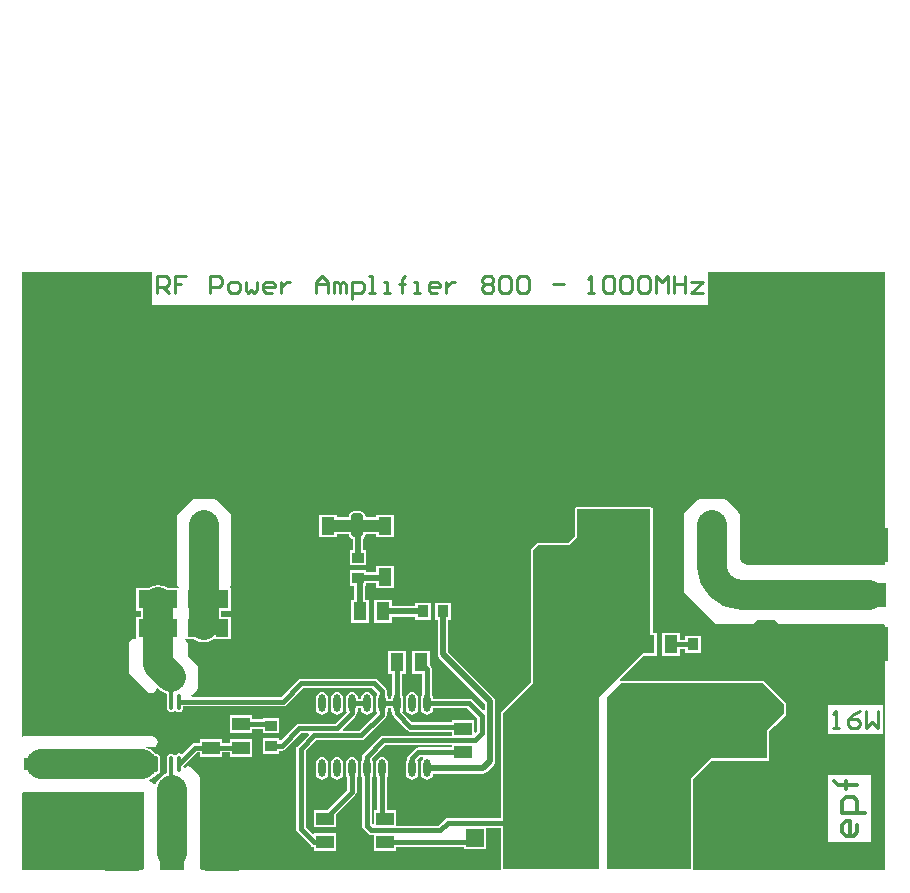
<source format=gtl>
%FSLAX25Y25*%
%MOIN*%
G70*
G01*
G75*
G04 Layer_Physical_Order=1*
G04 Layer_Color=255*
%ADD10C,0.09843*%
%ADD11R,0.05906X0.04331*%
%ADD12R,0.04331X0.05906*%
%ADD13R,0.11811X0.07874*%
%ADD14R,0.19685X0.11811*%
%ADD15O,0.01378X0.05512*%
%ADD16R,0.07874X0.11811*%
%ADD17R,0.11811X0.19685*%
%ADD18R,0.11811X0.03937*%
%ADD19R,0.19685X0.07874*%
%ADD20R,0.03543X0.03937*%
%ADD21R,0.10236X0.16142*%
%ADD22R,0.03937X0.03543*%
%ADD23O,0.02362X0.05906*%
G04:AMPARAMS|DCode=24|XSize=39.37mil|YSize=78.74mil|CornerRadius=9.84mil|HoleSize=0mil|Usage=FLASHONLY|Rotation=0.000|XOffset=0mil|YOffset=0mil|HoleType=Round|Shape=RoundedRectangle|*
%AMROUNDEDRECTD24*
21,1,0.03937,0.05906,0,0,0.0*
21,1,0.01969,0.07874,0,0,0.0*
1,1,0.01969,0.00984,-0.02953*
1,1,0.01969,-0.00984,-0.02953*
1,1,0.01969,-0.00984,0.02953*
1,1,0.01969,0.00984,0.02953*
%
%ADD24ROUNDEDRECTD24*%
G04:AMPARAMS|DCode=25|XSize=2559.05mil|YSize=551.18mil|CornerRadius=137.8mil|HoleSize=0mil|Usage=FLASHONLY|Rotation=0.000|XOffset=0mil|YOffset=0mil|HoleType=Round|Shape=RoundedRectangle|*
%AMROUNDEDRECTD25*
21,1,2.55905,0.27559,0,0,0.0*
21,1,2.28347,0.55118,0,0,0.0*
1,1,0.27559,1.14173,-0.13780*
1,1,0.27559,-1.14173,-0.13780*
1,1,0.27559,-1.14173,0.13780*
1,1,0.27559,1.14173,0.13780*
%
%ADD25ROUNDEDRECTD25*%
%ADD26R,0.09449X0.10827*%
%ADD27C,0.01575*%
%ADD28C,0.01969*%
%ADD29C,0.03937*%
%ADD30C,0.01181*%
%ADD31C,0.00984*%
%ADD32C,0.05906*%
%ADD33R,0.05906X0.05906*%
%ADD34O,0.17716X0.07874*%
%ADD35O,0.15748X0.07874*%
%ADD36O,0.07874X0.15748*%
%ADD37C,0.05906*%
%ADD38C,0.03543*%
%ADD39C,0.03937*%
%ADD40C,0.03150*%
%ADD41C,0.12992*%
G36*
X211000Y76000D02*
X194000Y59000D01*
Y1500D01*
X162000D01*
Y41000D01*
Y53500D01*
X164500Y56000D01*
X172000Y63500D01*
Y66000D01*
Y108000D01*
X172500Y108500D01*
X173500Y109500D01*
X184000D01*
X186500Y112000D01*
Y121500D01*
X211000D01*
Y76000D01*
D02*
G37*
G36*
X255500Y56500D02*
Y53500D01*
X251877Y50000D01*
X249807Y48000D01*
Y38500D01*
X231175D01*
X227035Y34500D01*
X224447Y32000D01*
Y1500D01*
X196500D01*
Y53500D01*
Y59000D01*
X198570Y61000D01*
X201158Y63500D01*
X248254D01*
X255500Y56500D01*
D02*
G37*
G36*
X289178Y102952D02*
X289000Y102806D01*
X244000D01*
X243963Y102799D01*
X243170Y102903D01*
X242397Y103224D01*
X241733Y103733D01*
X241224Y104397D01*
X240903Y105170D01*
X240799Y105963D01*
X240806Y106000D01*
Y119500D01*
X240669Y120191D01*
X240277Y120777D01*
X236777Y124277D01*
X236191Y124669D01*
X235500Y124806D01*
X227500D01*
X226809Y124669D01*
X226223Y124277D01*
X222723Y120777D01*
X222331Y120191D01*
X222194Y119500D01*
Y97500D01*
X222194Y97500D01*
X222194D01*
Y94500D01*
X222194Y94500D01*
X222194D01*
X222331Y93809D01*
X222723Y93223D01*
X232223Y83723D01*
X232809Y83331D01*
X233500Y83194D01*
X244500D01*
X245191Y83331D01*
X245777Y83723D01*
X246169Y84309D01*
X246184Y84384D01*
X246500Y84595D01*
X252500D01*
X252816Y84384D01*
X252831Y84309D01*
X253223Y83723D01*
X253809Y83331D01*
X254500Y83194D01*
X289000D01*
X289178Y83048D01*
Y1405D01*
X225328D01*
X225250Y1500D01*
Y31659D01*
X227593Y33923D01*
X231500Y37697D01*
X249807D01*
X250114Y37758D01*
X250375Y37932D01*
X250549Y38193D01*
X250610Y38500D01*
Y47659D01*
X252435Y49423D01*
X252435Y49423D01*
X256058Y52923D01*
X256062Y52928D01*
X256068Y52932D01*
X256151Y53057D01*
X256236Y53180D01*
X256238Y53187D01*
X256242Y53193D01*
X256271Y53340D01*
X256303Y53486D01*
X256301Y53493D01*
X256303Y53500D01*
Y56500D01*
X256301Y56507D01*
X256303Y56514D01*
X256271Y56660D01*
X256242Y56807D01*
X256238Y56813D01*
X256236Y56820D01*
X256151Y56943D01*
X256068Y57068D01*
X256062Y57072D01*
X256058Y57077D01*
X248812Y64077D01*
X248686Y64158D01*
X248562Y64242D01*
X248555Y64243D01*
X248549Y64247D01*
X248401Y64274D01*
X248254Y64303D01*
X201158D01*
X201104Y64292D01*
X200959Y64564D01*
X200919Y64784D01*
X208895Y72760D01*
X213016D01*
Y80240D01*
X211803D01*
Y121500D01*
X211742Y121807D01*
X211568Y122068D01*
X211307Y122242D01*
X211000Y122303D01*
X186500D01*
X186193Y122242D01*
X185932Y122068D01*
X185758Y121807D01*
X185697Y121500D01*
Y112332D01*
X183668Y110303D01*
X173500D01*
X173193Y110242D01*
X172932Y110068D01*
X172932Y110068D01*
X171932Y109068D01*
X171932Y109068D01*
X171432Y108568D01*
X171258Y108307D01*
X171197Y108000D01*
Y66000D01*
Y63833D01*
X163932Y56568D01*
X163932Y56568D01*
X161432Y54068D01*
X161258Y53807D01*
X161197Y53500D01*
Y41000D01*
Y18606D01*
X143500D01*
X142885Y18483D01*
X142365Y18135D01*
X142365Y18135D01*
X140335Y16106D01*
X126240D01*
Y21390D01*
X123106D01*
Y32261D01*
X123354Y32634D01*
X123507Y33402D01*
Y36945D01*
X123354Y37713D01*
X122919Y38364D01*
X122268Y38799D01*
X121500Y38952D01*
X120732Y38799D01*
X120081Y38364D01*
X119646Y37713D01*
X119493Y36945D01*
Y33402D01*
X119646Y32634D01*
X119894Y32261D01*
Y21390D01*
X118760D01*
Y16664D01*
X118521Y16565D01*
X118106Y16843D01*
Y32261D01*
X118354Y32634D01*
X118507Y33402D01*
Y36945D01*
X118354Y37713D01*
X118106Y38085D01*
Y38335D01*
X122665Y42894D01*
X144760D01*
Y42169D01*
X133563D01*
X133563Y42169D01*
X133051Y42067D01*
X132949Y42046D01*
X132428Y41698D01*
X132428Y41698D01*
X130365Y39635D01*
X130017Y39114D01*
X129996Y39013D01*
X129894Y38500D01*
X129894Y38500D01*
Y38085D01*
X129646Y37713D01*
X129493Y36945D01*
Y33402D01*
X129646Y32634D01*
X130081Y31982D01*
X130732Y31547D01*
X131500Y31394D01*
X132268Y31547D01*
X132919Y31982D01*
X133354Y32634D01*
X133507Y33402D01*
Y36945D01*
X133354Y37713D01*
X133206Y37935D01*
X134228Y38957D01*
X135107D01*
X135253Y38479D01*
X135081Y38364D01*
X134646Y37713D01*
X134493Y36945D01*
Y33402D01*
X134646Y32634D01*
X135081Y31982D01*
X135732Y31547D01*
X136500Y31394D01*
X137268Y31547D01*
X137919Y31982D01*
X138354Y32634D01*
X138500Y33367D01*
X155173D01*
X155865Y33504D01*
X156450Y33896D01*
X158777Y36223D01*
X159169Y36809D01*
X159306Y37500D01*
X159306Y37500D01*
X159306Y37500D01*
Y37500D01*
Y57500D01*
X159169Y58191D01*
X158777Y58777D01*
X143653Y73902D01*
Y84744D01*
X144405D01*
Y90256D01*
X139287D01*
Y84744D01*
X140040D01*
Y73154D01*
X140040Y73154D01*
X140040D01*
X140178Y72462D01*
X140569Y71876D01*
X155694Y56752D01*
Y54671D01*
X155232Y54480D01*
X151750Y57962D01*
X151229Y58310D01*
X151127Y58331D01*
X150614Y58432D01*
X150614Y58432D01*
X138507D01*
Y58598D01*
X138354Y59367D01*
X138106Y59739D01*
Y68437D01*
X138106Y68437D01*
X138004Y68950D01*
X137983Y69051D01*
X137635Y69572D01*
X137635Y69572D01*
X137390Y69818D01*
Y74240D01*
X131484D01*
Y66760D01*
X134894D01*
Y59739D01*
X134646Y59367D01*
X134493Y58598D01*
Y55055D01*
X134646Y54287D01*
X135081Y53636D01*
X135732Y53201D01*
X136500Y53048D01*
X137268Y53201D01*
X137919Y53636D01*
X138354Y54287D01*
X138507Y55055D01*
Y55221D01*
X149949D01*
X153335Y51835D01*
Y47606D01*
X152702Y46973D01*
X152240Y47164D01*
Y51390D01*
X144760D01*
Y50606D01*
X131665D01*
X128206Y54065D01*
X128354Y54287D01*
X128507Y55055D01*
Y58598D01*
X128354Y59367D01*
X128106Y59739D01*
Y66760D01*
X129516D01*
Y74240D01*
X123610D01*
Y66760D01*
X124894D01*
Y59739D01*
X124646Y59367D01*
X124493Y58598D01*
Y58432D01*
X123507D01*
Y58598D01*
X123354Y59367D01*
X123106Y59739D01*
Y61000D01*
X122983Y61615D01*
X122635Y62135D01*
X122635Y62135D01*
X120135Y64635D01*
X119615Y64983D01*
X119512Y65004D01*
X119000Y65106D01*
X119000Y65106D01*
X94500D01*
X94500Y65106D01*
X93988Y65004D01*
X93885Y64983D01*
X93365Y64635D01*
X87758Y59029D01*
X58101D01*
X57956Y59508D01*
X58277Y59723D01*
X59777Y61223D01*
X60169Y61809D01*
X60306Y62500D01*
X60306Y62500D01*
X60306Y62500D01*
Y62500D01*
Y68500D01*
X60306Y68500D01*
X60306Y68500D01*
Y68500D01*
X60306D01*
X60306Y68500D01*
X60169Y69191D01*
X59777Y69777D01*
X56806Y72748D01*
Y76500D01*
X56669Y77191D01*
X56277Y77777D01*
X56050Y77929D01*
X55984Y78260D01*
X55984Y78260D01*
X58775D01*
X59204Y77931D01*
X60592Y77356D01*
X62083Y77159D01*
X63573Y77356D01*
X64962Y77931D01*
X65390Y78260D01*
X71016D01*
Y85740D01*
X67841D01*
Y87760D01*
X71016D01*
Y95240D01*
X70916D01*
X70771Y95719D01*
X70777Y95723D01*
X71169Y96309D01*
X71306Y97000D01*
Y119000D01*
X71169Y119691D01*
X70777Y120277D01*
X66777Y124277D01*
X66191Y124669D01*
X65500Y124806D01*
X59000D01*
X58309Y124669D01*
X57723Y124277D01*
X53723Y120277D01*
X53331Y119691D01*
X53194Y119000D01*
Y97000D01*
X53331Y96309D01*
X53723Y95723D01*
X53729Y95719D01*
X53584Y95240D01*
X50200D01*
X49879Y95486D01*
X48490Y96062D01*
X47000Y96258D01*
X45510Y96062D01*
X44121Y95486D01*
X43800Y95240D01*
X39484D01*
Y87760D01*
X41242D01*
Y85740D01*
X39484D01*
Y78604D01*
X39098Y78287D01*
X39000Y78306D01*
X38309Y78169D01*
X37723Y77777D01*
X37331Y77191D01*
X37194Y76500D01*
Y67500D01*
X37194Y67500D01*
X37194D01*
X37331Y66809D01*
X37723Y66223D01*
X43223Y60723D01*
X43809Y60331D01*
X44500Y60194D01*
X45191Y60331D01*
X45777Y60723D01*
X46169Y61309D01*
X46258Y61755D01*
X46736Y61901D01*
X47208Y61428D01*
X48401Y60514D01*
X49789Y59938D01*
X49847Y59857D01*
X49774Y59491D01*
Y55357D01*
X49889Y54781D01*
X50215Y54292D01*
X50704Y53966D01*
X51279Y53851D01*
X51856Y53966D01*
X52344Y54292D01*
X52774D01*
X53263Y53966D01*
X53839Y53851D01*
X54415Y53966D01*
X54903Y54292D01*
X55229Y54781D01*
X55344Y55357D01*
Y55818D01*
X88424D01*
X88424Y55818D01*
X88936Y55920D01*
X89038Y55940D01*
X89559Y56288D01*
X89559Y56288D01*
X89559Y56288D01*
X95165Y61894D01*
X118335D01*
X119894Y60335D01*
Y59739D01*
X119646Y59367D01*
X119493Y58598D01*
Y55055D01*
X119646Y54287D01*
X119894Y53915D01*
Y53665D01*
X113973Y47743D01*
X108668D01*
X108476Y48205D01*
X112635Y52365D01*
X112635Y52365D01*
X112983Y52886D01*
X113004Y52987D01*
X113106Y53500D01*
X113106Y53500D01*
Y53915D01*
X113354Y54287D01*
X113507Y55055D01*
Y55221D01*
X114493D01*
Y55055D01*
X114646Y54287D01*
X115081Y53636D01*
X115732Y53201D01*
X116500Y53048D01*
X117268Y53201D01*
X117919Y53636D01*
X118354Y54287D01*
X118507Y55055D01*
Y58598D01*
X118354Y59367D01*
X117919Y60018D01*
X117268Y60453D01*
X116500Y60606D01*
X115732Y60453D01*
X115081Y60018D01*
X114646Y59367D01*
X114493Y58598D01*
Y58432D01*
X113507D01*
Y58598D01*
X113354Y59367D01*
X112919Y60018D01*
X112268Y60453D01*
X111500Y60606D01*
X110732Y60453D01*
X110081Y60018D01*
X109646Y59367D01*
X109493Y58598D01*
Y55055D01*
X109646Y54287D01*
X109794Y54065D01*
X105835Y50106D01*
X94000D01*
X94000Y50106D01*
X93488Y50004D01*
X93385Y49983D01*
X92865Y49635D01*
X87718Y44489D01*
X87256Y44680D01*
Y45213D01*
X81744D01*
Y40095D01*
X87256D01*
Y41048D01*
X88153D01*
X88153Y41048D01*
X88666Y41150D01*
X88768Y41170D01*
X89289Y41518D01*
X94665Y46894D01*
X96833D01*
X97024Y46432D01*
X93365Y42773D01*
X93017Y42252D01*
X92996Y42150D01*
X92894Y41638D01*
X92894Y41638D01*
Y15000D01*
X92894Y15000D01*
X92996Y14488D01*
X93017Y14386D01*
X93365Y13865D01*
X93365Y13865D01*
X93365Y13865D01*
X97802Y9428D01*
X97802D01*
X97802Y9428D01*
X97802Y9428D01*
Y9428D01*
X98323Y9080D01*
X98425Y9059D01*
X98760Y8993D01*
Y7610D01*
X106240D01*
Y13516D01*
X98760D01*
X98760Y13516D01*
Y13516D01*
X98403Y13368D01*
X96106Y15665D01*
Y40973D01*
X99665Y44532D01*
X114638D01*
X114638Y44532D01*
X115150Y44634D01*
X115252Y44654D01*
X115773Y45002D01*
X115773Y45002D01*
X115773Y45002D01*
X122635Y51865D01*
X122635Y51865D01*
X122983Y52385D01*
X123004Y52487D01*
X123106Y53000D01*
X123106Y53000D01*
Y53915D01*
X123354Y54287D01*
X123507Y55055D01*
Y55221D01*
X124493D01*
Y55055D01*
X124646Y54287D01*
X124894Y53915D01*
Y53500D01*
X124894Y53500D01*
X124996Y52987D01*
X125017Y52886D01*
X125365Y52365D01*
X125365Y52365D01*
X125365Y52365D01*
X129865Y47865D01*
X130385Y47517D01*
X131000Y47394D01*
X144760D01*
Y46106D01*
X122000D01*
X121386Y45983D01*
X120865Y45635D01*
X120865Y45635D01*
X115365Y40135D01*
X115017Y39614D01*
X114996Y39513D01*
X114894Y39000D01*
X114894Y39000D01*
Y38085D01*
X114646Y37713D01*
X114493Y36945D01*
Y33402D01*
X114646Y32634D01*
X114894Y32261D01*
Y16000D01*
X114894Y16000D01*
X114996Y15487D01*
X115017Y15385D01*
X115365Y14865D01*
X115365Y14865D01*
X115365Y14865D01*
X116865Y13365D01*
X117385Y13017D01*
X117488Y12996D01*
X118000Y12894D01*
X118000Y12894D01*
X118760D01*
Y7610D01*
X126240D01*
Y8957D01*
X148760D01*
Y8260D01*
X156240D01*
Y15394D01*
X161197D01*
Y1500D01*
X161119Y1405D01*
X61082D01*
X60765Y1791D01*
X60806Y2000D01*
Y32000D01*
X60806Y32000D01*
X60806Y32000D01*
Y32000D01*
X60806D01*
X60806Y32000D01*
X60669Y32691D01*
X60277Y33277D01*
X58277Y35277D01*
X57691Y35669D01*
X57000Y35806D01*
X56309Y35669D01*
X55785Y35319D01*
X55344Y35555D01*
Y35811D01*
X59990Y40457D01*
X60760D01*
Y39110D01*
X68240D01*
Y40457D01*
X70760D01*
Y39110D01*
X78240D01*
Y45016D01*
X70760D01*
Y43669D01*
X68240D01*
Y45016D01*
X60760D01*
Y43669D01*
X59325D01*
X59325Y43669D01*
X58813Y43567D01*
X58711Y43546D01*
X58190Y43198D01*
X58190Y43198D01*
X54781Y39789D01*
X54415Y40034D01*
X53839Y40149D01*
X53263Y40034D01*
X52774Y39708D01*
X52344D01*
X51856Y40034D01*
X51279Y40149D01*
X50704Y40034D01*
X50215Y39708D01*
X49889Y39219D01*
X49774Y38643D01*
Y34509D01*
X49875Y34005D01*
Y33506D01*
X48621Y32987D01*
X47429Y32072D01*
X46514Y30879D01*
X46090Y29855D01*
X45592Y29806D01*
X45277Y30277D01*
X44691Y30669D01*
X44000Y30806D01*
X43953D01*
X43856Y31297D01*
X44379Y31514D01*
X45572Y32429D01*
X46033Y33030D01*
X46161Y33004D01*
X46738Y33119D01*
X47226Y33445D01*
X47552Y33933D01*
X47667Y34509D01*
Y38643D01*
X47552Y39219D01*
X47226Y39708D01*
X46738Y40034D01*
X46161Y40149D01*
X45931Y40103D01*
X45572Y40571D01*
X44379Y41486D01*
X42990Y42062D01*
X42999Y42194D01*
X45000D01*
X45691Y42331D01*
X46277Y42723D01*
X46669Y43309D01*
X46806Y44000D01*
X46669Y44691D01*
X46277Y45277D01*
X45691Y45669D01*
X45000Y45806D01*
X2000D01*
X1791Y45765D01*
X1405Y46082D01*
Y200697D01*
X44728D01*
Y189760D01*
X230299D01*
Y200697D01*
X289178D01*
Y102952D01*
D02*
G37*
G36*
X2000Y27194D02*
X42194D01*
Y2000D01*
X42235Y1791D01*
X41918Y1405D01*
X1405D01*
Y26918D01*
X1791Y27235D01*
X2000Y27194D01*
D02*
G37*
%LPC*%
G36*
X106500Y38952D02*
X105732Y38799D01*
X105081Y38364D01*
X104646Y37713D01*
X104493Y36945D01*
Y33402D01*
X104646Y32634D01*
X105081Y31982D01*
X105732Y31547D01*
X106500Y31394D01*
X107268Y31547D01*
X107919Y31982D01*
X108354Y32634D01*
X108507Y33402D01*
Y36945D01*
X108354Y37713D01*
X107919Y38364D01*
X107268Y38799D01*
X106500Y38952D01*
D02*
G37*
G36*
X288531Y56175D02*
X270228D01*
Y46728D01*
X288531D01*
Y56175D01*
D02*
G37*
G36*
X101500Y38952D02*
X100732Y38799D01*
X100081Y38364D01*
X99646Y37713D01*
X99493Y36945D01*
Y33402D01*
X99646Y32634D01*
X100081Y31982D01*
X100732Y31547D01*
X101500Y31394D01*
X102268Y31547D01*
X102919Y31982D01*
X103354Y32634D01*
X103507Y33402D01*
Y36945D01*
X103354Y37713D01*
X102919Y38364D01*
X102268Y38799D01*
X101500Y38952D01*
D02*
G37*
G36*
X284592Y32835D02*
X270160D01*
Y10531D01*
X284592D01*
Y32835D01*
D02*
G37*
G36*
X111500Y38952D02*
X110732Y38799D01*
X110081Y38364D01*
X109646Y37713D01*
X109493Y36945D01*
Y33402D01*
X109646Y32634D01*
X109894Y32261D01*
Y28102D01*
X103182Y21390D01*
X98760D01*
Y15484D01*
X106240D01*
Y19906D01*
X112635Y26302D01*
X112635Y26302D01*
X112983Y26823D01*
X113106Y27437D01*
Y32261D01*
X113354Y32634D01*
X113507Y33402D01*
Y36945D01*
X113354Y37713D01*
X112919Y38364D01*
X112268Y38799D01*
X111500Y38952D01*
D02*
G37*
G36*
X124890Y91240D02*
X118984D01*
Y83760D01*
X124890D01*
Y85694D01*
X132595D01*
Y84744D01*
X137713D01*
Y90256D01*
X132595D01*
Y89306D01*
X124890D01*
Y91240D01*
D02*
G37*
G36*
X220890Y80240D02*
X214984D01*
Y72760D01*
X220890D01*
Y74894D01*
X222594D01*
Y73744D01*
X227713D01*
Y79256D01*
X222594D01*
Y78106D01*
X220890D01*
Y80240D01*
D02*
G37*
G36*
X114248Y120889D02*
X112279D01*
X111588Y120752D01*
X111002Y120360D01*
X110611Y119774D01*
X110473Y119083D01*
Y118780D01*
X106390D01*
Y119740D01*
X100484D01*
Y112260D01*
X106390D01*
Y113220D01*
X110473D01*
Y113177D01*
X110611Y112486D01*
X111002Y111900D01*
X111588Y111508D01*
X111694Y111487D01*
Y107905D01*
X110744D01*
Y102787D01*
X116256D01*
Y107905D01*
X115306D01*
Y111754D01*
X115525Y111900D01*
X115917Y112486D01*
X116054Y113177D01*
Y113220D01*
X119610D01*
Y112260D01*
X125516D01*
Y119740D01*
X119610D01*
Y118780D01*
X116054D01*
Y119083D01*
X115917Y119774D01*
X115525Y120360D01*
X114939Y120752D01*
X114248Y120889D01*
D02*
G37*
G36*
X125516Y102740D02*
X119610D01*
Y100460D01*
X116256D01*
Y101213D01*
X110744D01*
Y96095D01*
X112257D01*
Y91240D01*
X111110D01*
Y83760D01*
X117016D01*
Y91240D01*
X115869D01*
Y96095D01*
X116256D01*
Y96847D01*
X119610D01*
Y95260D01*
X125516D01*
Y102740D01*
D02*
G37*
G36*
X101500Y60606D02*
X100732Y60453D01*
X100081Y60018D01*
X99646Y59367D01*
X99493Y58598D01*
Y55055D01*
X99646Y54287D01*
X100081Y53636D01*
X100732Y53201D01*
X101500Y53048D01*
X102268Y53201D01*
X102919Y53636D01*
X103354Y54287D01*
X103507Y55055D01*
Y58598D01*
X103354Y59367D01*
X102919Y60018D01*
X102268Y60453D01*
X101500Y60606D01*
D02*
G37*
G36*
X78240Y52890D02*
X70760D01*
Y46984D01*
X78240D01*
Y48331D01*
X81744D01*
Y46787D01*
X87256D01*
Y51906D01*
X81744D01*
Y51543D01*
X78240D01*
Y52890D01*
D02*
G37*
G36*
X131500Y60606D02*
X130732Y60453D01*
X130081Y60018D01*
X129646Y59367D01*
X129493Y58598D01*
Y55055D01*
X129646Y54287D01*
X130081Y53636D01*
X130732Y53201D01*
X131500Y53048D01*
X132268Y53201D01*
X132919Y53636D01*
X133354Y54287D01*
X133507Y55055D01*
Y58598D01*
X133354Y59367D01*
X132919Y60018D01*
X132268Y60453D01*
X131500Y60606D01*
D02*
G37*
G36*
X106500D02*
X105732Y60453D01*
X105081Y60018D01*
X104646Y59367D01*
X104493Y58598D01*
Y55055D01*
X104646Y54287D01*
X105081Y53636D01*
X105732Y53201D01*
X106500Y53048D01*
X107268Y53201D01*
X107919Y53636D01*
X108354Y54287D01*
X108507Y55055D01*
Y58598D01*
X108354Y59367D01*
X107919Y60018D01*
X107268Y60453D01*
X106500Y60606D01*
D02*
G37*
%LPD*%
D10*
X231374Y103000D02*
G03*
X241374Y93000I10000J0D01*
G01*
X47000Y69779D02*
X51279Y65500D01*
X47000Y69779D02*
Y90500D01*
X51500Y7000D02*
Y28000D01*
X8000Y36500D02*
X41500D01*
X62083Y82917D02*
Y116130D01*
X241374Y93000D02*
X284000D01*
X231374Y103000D02*
Y116130D01*
D11*
X249500Y89874D02*
D03*
Y82000D02*
D03*
X148500Y48437D02*
D03*
Y40563D02*
D03*
X122500Y10563D02*
D03*
Y18437D02*
D03*
X102500Y10563D02*
D03*
Y18437D02*
D03*
X74500Y42063D02*
D03*
Y49937D02*
D03*
X64500D02*
D03*
Y42063D02*
D03*
D12*
X75937Y91500D02*
D03*
X68063D02*
D03*
X34563D02*
D03*
X42437D02*
D03*
X51063D02*
D03*
X58937D02*
D03*
X51063Y82000D02*
D03*
X58937D02*
D03*
X68063D02*
D03*
X75937D02*
D03*
X42437D02*
D03*
X34563D02*
D03*
X217937Y76500D02*
D03*
X210063D02*
D03*
X126563Y70500D02*
D03*
X134437D02*
D03*
X189437Y116000D02*
D03*
X181563D02*
D03*
X207563D02*
D03*
X215437D02*
D03*
X114063Y87500D02*
D03*
X121937D02*
D03*
X122563Y116000D02*
D03*
X130437D02*
D03*
X103437D02*
D03*
X95563D02*
D03*
X130437Y99000D02*
D03*
X122563D02*
D03*
D13*
X284000Y93000D02*
D03*
D14*
X280457Y109535D02*
D03*
Y76465D02*
D03*
D15*
X46161Y36576D02*
D03*
X48720D02*
D03*
X51279D02*
D03*
X53839D02*
D03*
X46161Y57424D02*
D03*
X48720D02*
D03*
X51279D02*
D03*
X53839D02*
D03*
D16*
X51500Y7000D02*
D03*
D17*
X68035Y10543D02*
D03*
X34965D02*
D03*
D18*
X8000Y36500D02*
D03*
D19*
X11543Y19965D02*
D03*
Y53035D02*
D03*
D20*
X231846Y76500D02*
D03*
X225153D02*
D03*
X135153Y87500D02*
D03*
X141847D02*
D03*
D21*
X188598Y98500D02*
D03*
X163402D02*
D03*
X188598Y74000D02*
D03*
X163402D02*
D03*
D22*
X113500Y105347D02*
D03*
Y98654D02*
D03*
X84500Y49347D02*
D03*
Y42654D02*
D03*
D23*
X101500Y35173D02*
D03*
X106500D02*
D03*
X111500D02*
D03*
X116500D02*
D03*
X121500D02*
D03*
X126500D02*
D03*
X131500D02*
D03*
X136500D02*
D03*
X101500Y56827D02*
D03*
X106500D02*
D03*
X111500D02*
D03*
X116500D02*
D03*
X121500D02*
D03*
X126500D02*
D03*
X131500D02*
D03*
X136500D02*
D03*
D24*
X231374Y116130D02*
D03*
X199878D02*
D03*
X113264D02*
D03*
X62083D02*
D03*
D25*
X148500Y155500D02*
D03*
D26*
X203701Y51000D02*
D03*
X186299D02*
D03*
X203701Y37500D02*
D03*
X186299D02*
D03*
X203701Y24000D02*
D03*
X186299D02*
D03*
X203701Y10500D02*
D03*
X186299D02*
D03*
D27*
X217937Y76500D02*
X225153D01*
X136500Y56827D02*
X150614D01*
X154941Y52500D01*
Y46941D02*
Y52500D01*
X152500Y44500D02*
X154941Y46941D01*
X122000Y44500D02*
X152500D01*
X116500Y39000D02*
X122000Y44500D01*
X116500Y35173D02*
Y39000D01*
X126500Y70437D02*
X126563Y70500D01*
X126500Y56827D02*
Y70437D01*
X136500Y56827D02*
Y68437D01*
X134437Y70500D02*
X136500Y68437D01*
X143500Y17000D02*
X186500D01*
X141000Y14500D02*
X143500Y17000D01*
X118000Y14500D02*
X141000D01*
X116500Y16000D02*
X118000Y14500D01*
X116500Y16000D02*
Y35173D01*
X151063Y10563D02*
X152500Y12000D01*
X122500Y10563D02*
X151063D01*
X121500Y19437D02*
X122500Y18437D01*
X121500Y19437D02*
Y35173D01*
X131500D02*
Y38500D01*
X133563Y40563D01*
X148500D01*
X147937Y49000D02*
X148500Y48437D01*
X131000Y49000D02*
X147937D01*
X126500Y53500D02*
X131000Y49000D01*
X126500Y53500D02*
Y56827D01*
X102500Y18437D02*
X111500Y27437D01*
Y35173D01*
X121500Y56827D02*
Y61000D01*
X119000Y63500D02*
X121500Y61000D01*
X94500Y63500D02*
X119000D01*
X88424Y57424D02*
X94500Y63500D01*
X53839Y57424D02*
X88424D01*
X121500Y56827D02*
X126500D01*
X98937Y10563D02*
X102500D01*
X94500Y15000D02*
X98937Y10563D01*
X94500Y15000D02*
Y41638D01*
X99000Y46138D01*
X114638D01*
X121500Y53000D01*
Y56827D01*
X111500D02*
X116500D01*
X84500Y42654D02*
X88153D01*
X94000Y48500D01*
X106500D01*
X111500Y53500D01*
Y56827D01*
X83909Y49937D02*
X84500Y49347D01*
X74500Y49937D02*
X83909D01*
X64500Y42063D02*
X74500D01*
X59325D02*
X64500D01*
X53839Y36576D02*
X59325Y42063D01*
D28*
X157500Y37500D02*
Y57500D01*
X141847Y73154D02*
X157500Y57500D01*
X141847Y73154D02*
Y87500D01*
X113264Y116130D02*
X113394Y116000D01*
X113500Y115894D01*
Y105347D02*
Y115894D01*
X122216Y98654D02*
X122563Y99000D01*
X113500Y98654D02*
X122216D01*
X113500D02*
X114063Y98091D01*
Y87500D02*
Y98091D01*
X121937Y87500D02*
X135153D01*
X155173Y35173D02*
X157500Y37500D01*
X136500Y35173D02*
X155173D01*
D29*
X103437Y116000D02*
X113394D01*
X122563D01*
D30*
X51279Y57424D02*
Y65500D01*
Y28220D02*
X51500Y28000D01*
X51279Y28220D02*
Y36576D01*
X280000Y16436D02*
Y13812D01*
X278688Y12500D01*
X276064D01*
X274752Y13812D01*
Y16436D01*
X276064Y17748D01*
X277376D01*
Y12500D01*
X282624Y20371D02*
X274752D01*
Y24307D01*
X276064Y25619D01*
X278688D01*
X280000Y24307D01*
Y20371D01*
Y29555D02*
X273440D01*
X276064D01*
Y28243D01*
Y30867D01*
Y29555D01*
X273440D01*
X272129Y30867D01*
D31*
X272000Y48500D02*
X273968D01*
X272984D01*
Y54404D01*
X272000Y53420D01*
X280855Y54404D02*
X278888Y53420D01*
X276920Y51452D01*
Y49484D01*
X277904Y48500D01*
X279872D01*
X280855Y49484D01*
Y50468D01*
X279872Y51452D01*
X276920D01*
X282823Y54404D02*
Y48500D01*
X284791Y50468D01*
X286759Y48500D01*
Y54404D01*
X46500Y193500D02*
Y199404D01*
X49452D01*
X50436Y198420D01*
Y196452D01*
X49452Y195468D01*
X46500D01*
X48468D02*
X50436Y193500D01*
X56339Y199404D02*
X52404D01*
Y196452D01*
X54372D01*
X52404D01*
Y193500D01*
X64211D02*
Y199404D01*
X67163D01*
X68147Y198420D01*
Y196452D01*
X67163Y195468D01*
X64211D01*
X71098Y193500D02*
X73066D01*
X74050Y194484D01*
Y196452D01*
X73066Y197436D01*
X71098D01*
X70114Y196452D01*
Y194484D01*
X71098Y193500D01*
X76018Y197436D02*
Y194484D01*
X77002Y193500D01*
X77986Y194484D01*
X78970Y193500D01*
X79954Y194484D01*
Y197436D01*
X84873Y193500D02*
X82906D01*
X81922Y194484D01*
Y196452D01*
X82906Y197436D01*
X84873D01*
X85857Y196452D01*
Y195468D01*
X81922D01*
X87825Y197436D02*
Y193500D01*
Y195468D01*
X88809Y196452D01*
X89793Y197436D01*
X90777D01*
X99632Y193500D02*
Y197436D01*
X101600Y199404D01*
X103568Y197436D01*
Y193500D01*
Y196452D01*
X99632D01*
X105536Y193500D02*
Y197436D01*
X106520D01*
X107504Y196452D01*
Y193500D01*
Y196452D01*
X108488Y197436D01*
X109472Y196452D01*
Y193500D01*
X111440Y191532D02*
Y197436D01*
X114391D01*
X115375Y196452D01*
Y194484D01*
X114391Y193500D01*
X111440D01*
X117343D02*
X119311D01*
X118327D01*
Y199404D01*
X117343D01*
X122263Y193500D02*
X124231D01*
X123247D01*
Y197436D01*
X122263D01*
X128166Y193500D02*
Y198420D01*
Y196452D01*
X127182D01*
X129150D01*
X128166D01*
Y198420D01*
X129150Y199404D01*
X132102Y193500D02*
X134070D01*
X133086D01*
Y197436D01*
X132102D01*
X139974Y193500D02*
X138006D01*
X137022Y194484D01*
Y196452D01*
X138006Y197436D01*
X139974D01*
X140958Y196452D01*
Y195468D01*
X137022D01*
X142926Y197436D02*
Y193500D01*
Y195468D01*
X143909Y196452D01*
X144893Y197436D01*
X145877D01*
X154733Y198420D02*
X155717Y199404D01*
X157685D01*
X158668Y198420D01*
Y197436D01*
X157685Y196452D01*
X158668Y195468D01*
Y194484D01*
X157685Y193500D01*
X155717D01*
X154733Y194484D01*
Y195468D01*
X155717Y196452D01*
X154733Y197436D01*
Y198420D01*
X155717Y196452D02*
X157685D01*
X160636Y198420D02*
X161620Y199404D01*
X163588D01*
X164572Y198420D01*
Y194484D01*
X163588Y193500D01*
X161620D01*
X160636Y194484D01*
Y198420D01*
X166540D02*
X167524Y199404D01*
X169492D01*
X170476Y198420D01*
Y194484D01*
X169492Y193500D01*
X167524D01*
X166540Y194484D01*
Y198420D01*
X178347Y196452D02*
X182283D01*
X190154Y193500D02*
X192122D01*
X191138D01*
Y199404D01*
X190154Y198420D01*
X195074D02*
X196058Y199404D01*
X198026D01*
X199010Y198420D01*
Y194484D01*
X198026Y193500D01*
X196058D01*
X195074Y194484D01*
Y198420D01*
X200977D02*
X201961Y199404D01*
X203929D01*
X204913Y198420D01*
Y194484D01*
X203929Y193500D01*
X201961D01*
X200977Y194484D01*
Y198420D01*
X206881D02*
X207865Y199404D01*
X209833D01*
X210817Y198420D01*
Y194484D01*
X209833Y193500D01*
X207865D01*
X206881Y194484D01*
Y198420D01*
X212785Y193500D02*
Y199404D01*
X214753Y197436D01*
X216721Y199404D01*
Y193500D01*
X218688Y199404D02*
Y193500D01*
Y196452D01*
X222624D01*
Y199404D01*
Y193500D01*
X224592Y197436D02*
X228528D01*
X224592Y193500D01*
X228528D01*
D32*
X152500Y22000D02*
D03*
X242937Y30528D02*
D03*
X235063D02*
D03*
X258685Y46276D02*
D03*
Y38402D02*
D03*
D33*
X152500Y12000D02*
D03*
D34*
X239000Y54937D02*
D03*
D35*
Y30528D02*
D03*
D36*
X258685Y42339D02*
D03*
D37*
X234079Y54937D02*
D03*
X243921D02*
D03*
D38*
X220500Y88500D02*
D03*
X68500Y30500D02*
D03*
X75500Y102500D02*
D03*
X76000Y111000D02*
D03*
Y119000D02*
D03*
X48000Y102500D02*
D03*
Y111000D02*
D03*
Y119000D02*
D03*
X31500Y53000D02*
D03*
X246000Y117500D02*
D03*
X246500Y109500D02*
D03*
X217500Y125000D02*
D03*
Y107000D02*
D03*
Y98000D02*
D03*
X228500Y82500D02*
D03*
X237000Y69500D02*
D03*
X224500D02*
D03*
X214000D02*
D03*
X238500Y80500D02*
D03*
X251500Y75500D02*
D03*
X263000Y76000D02*
D03*
X246000Y124500D02*
D03*
X255000Y109500D02*
D03*
X263500D02*
D03*
X84500Y82000D02*
D03*
X84000Y91500D02*
D03*
X40000Y53000D02*
D03*
X24500Y82500D02*
D03*
Y92500D02*
D03*
X139000Y111000D02*
D03*
X95500Y105000D02*
D03*
X152000Y79000D02*
D03*
Y91500D02*
D03*
Y102000D02*
D03*
X274500Y76000D02*
D03*
X285000D02*
D03*
Y109500D02*
D03*
X274500D02*
D03*
X68500Y7500D02*
D03*
Y17000D02*
D03*
X35000Y7500D02*
D03*
Y17000D02*
D03*
D39*
X5000Y20000D02*
D03*
X16500D02*
D03*
Y53000D02*
D03*
X5000D02*
D03*
D40*
X248500Y135500D02*
D03*
Y145500D02*
D03*
Y165500D02*
D03*
Y175500D02*
D03*
Y155500D02*
D03*
X238500Y135500D02*
D03*
Y145500D02*
D03*
Y165500D02*
D03*
Y175500D02*
D03*
Y155500D02*
D03*
X228500Y135500D02*
D03*
Y145500D02*
D03*
Y165500D02*
D03*
Y175500D02*
D03*
Y155500D02*
D03*
X218500Y135500D02*
D03*
Y145500D02*
D03*
Y165500D02*
D03*
Y175500D02*
D03*
Y155500D02*
D03*
X208500Y135500D02*
D03*
Y145500D02*
D03*
Y165500D02*
D03*
Y175500D02*
D03*
Y155500D02*
D03*
X198500Y135500D02*
D03*
Y145500D02*
D03*
Y165500D02*
D03*
Y175500D02*
D03*
Y155500D02*
D03*
X188500Y135500D02*
D03*
Y145500D02*
D03*
Y165500D02*
D03*
Y175500D02*
D03*
Y155500D02*
D03*
X178500Y135500D02*
D03*
Y145500D02*
D03*
Y165500D02*
D03*
Y175500D02*
D03*
Y155500D02*
D03*
X168500Y135500D02*
D03*
Y145500D02*
D03*
Y165500D02*
D03*
Y175500D02*
D03*
Y155500D02*
D03*
X158500Y135500D02*
D03*
Y145500D02*
D03*
Y165500D02*
D03*
Y175500D02*
D03*
Y155500D02*
D03*
X148500Y135500D02*
D03*
Y145500D02*
D03*
Y165500D02*
D03*
Y175500D02*
D03*
Y155500D02*
D03*
X138500Y135500D02*
D03*
Y145500D02*
D03*
Y165500D02*
D03*
Y175500D02*
D03*
Y155500D02*
D03*
X128500Y135500D02*
D03*
Y145500D02*
D03*
Y165500D02*
D03*
Y175500D02*
D03*
Y155500D02*
D03*
X118500Y135500D02*
D03*
Y145500D02*
D03*
Y165500D02*
D03*
Y175500D02*
D03*
Y155500D02*
D03*
X108500Y135500D02*
D03*
Y145500D02*
D03*
Y165500D02*
D03*
Y175500D02*
D03*
Y155500D02*
D03*
X98500Y135500D02*
D03*
Y145500D02*
D03*
Y165500D02*
D03*
Y175500D02*
D03*
Y155500D02*
D03*
X88500Y135500D02*
D03*
Y145500D02*
D03*
Y165500D02*
D03*
Y175500D02*
D03*
Y155500D02*
D03*
X78500Y135500D02*
D03*
Y145500D02*
D03*
Y165500D02*
D03*
Y175500D02*
D03*
Y155500D02*
D03*
X68500Y135500D02*
D03*
Y145500D02*
D03*
Y165500D02*
D03*
Y175500D02*
D03*
Y155500D02*
D03*
X58500Y135500D02*
D03*
Y145500D02*
D03*
Y165500D02*
D03*
Y175500D02*
D03*
Y155500D02*
D03*
X48500Y135500D02*
D03*
Y145500D02*
D03*
Y165500D02*
D03*
Y175500D02*
D03*
Y155500D02*
D03*
X38500Y135500D02*
D03*
Y145500D02*
D03*
X28500Y175500D02*
D03*
Y165500D02*
D03*
Y145500D02*
D03*
Y135500D02*
D03*
X38500Y175500D02*
D03*
Y165500D02*
D03*
X258500Y175500D02*
D03*
Y165500D02*
D03*
Y145500D02*
D03*
Y135500D02*
D03*
X268500Y175500D02*
D03*
Y165500D02*
D03*
Y145500D02*
D03*
Y135500D02*
D03*
D41*
X261689Y155500D02*
D03*
X35311D02*
D03*
M02*

</source>
